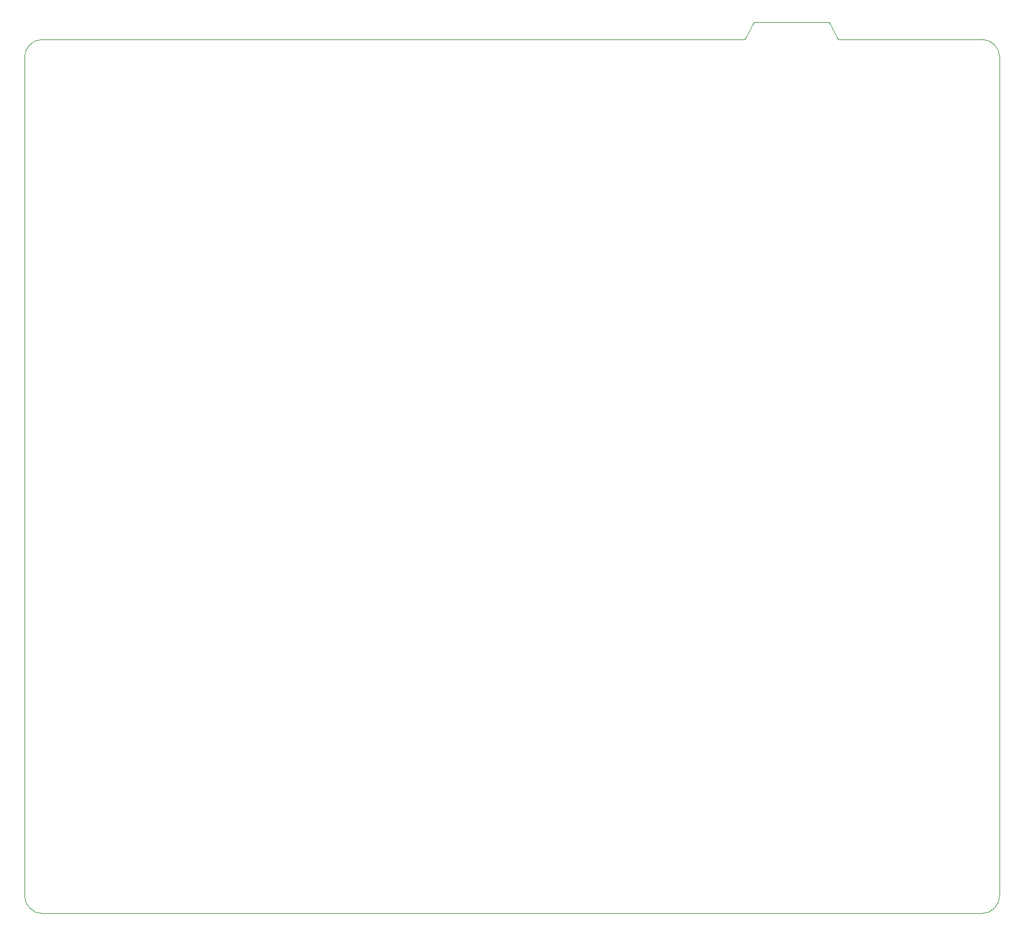
<source format=gm1>
G04 #@! TF.GenerationSoftware,KiCad,Pcbnew,5.1.4*
G04 #@! TF.CreationDate,2019-11-02T22:09:46+09:00*
G04 #@! TF.ProjectId,Navpad,4e617670-6164-42e6-9b69-6361645f7063,rev?*
G04 #@! TF.SameCoordinates,Original*
G04 #@! TF.FileFunction,Profile,NP*
%FSLAX46Y46*%
G04 Gerber Fmt 4.6, Leading zero omitted, Abs format (unit mm)*
G04 Created by KiCad (PCBNEW 5.1.4) date 2019-11-02 22:09:46*
%MOMM*%
%LPD*%
G04 APERTURE LIST*
%ADD10C,0.050000*%
G04 APERTURE END LIST*
D10*
X198310500Y-33401000D02*
G75*
G02X200850500Y-35941000I0J-2540000D01*
G01*
X164719000Y-33401000D02*
X65278000Y-33401000D01*
X165989000Y-30988000D02*
X164719000Y-33401000D01*
X176657000Y-30988000D02*
X177927000Y-33401000D01*
X165989000Y-30988000D02*
X176657000Y-30988000D01*
X62738000Y-35941000D02*
G75*
G02X65278000Y-33401000I2540000J0D01*
G01*
X200850500Y-154686000D02*
G75*
G02X198310500Y-157226000I-2540000J0D01*
G01*
X65278000Y-157226000D02*
G75*
G02X62738000Y-154686000I0J2540000D01*
G01*
X198310500Y-33401000D02*
X177927000Y-33401000D01*
X200850500Y-154686000D02*
X200850500Y-35941000D01*
X62738000Y-154686000D02*
X62738000Y-35941000D01*
X198310500Y-157226000D02*
X65278000Y-157226000D01*
M02*

</source>
